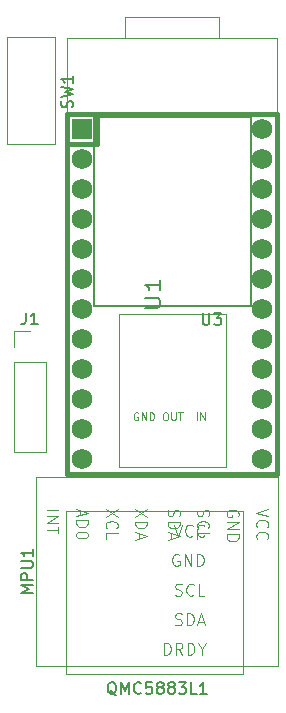
<source format=gbr>
%TF.GenerationSoftware,KiCad,Pcbnew,8.0.6*%
%TF.CreationDate,2025-05-20T21:52:46-05:00*%
%TF.ProjectId,HatRatV2,48617452-6174-4563-922e-6b696361645f,rev?*%
%TF.SameCoordinates,Original*%
%TF.FileFunction,Legend,Top*%
%TF.FilePolarity,Positive*%
%FSLAX46Y46*%
G04 Gerber Fmt 4.6, Leading zero omitted, Abs format (unit mm)*
G04 Created by KiCad (PCBNEW 8.0.6) date 2025-05-20 21:52:46*
%MOMM*%
%LPD*%
G01*
G04 APERTURE LIST*
%ADD10C,0.150000*%
%ADD11C,0.100000*%
%ADD12C,0.203200*%
%ADD13C,0.125000*%
%ADD14C,0.381000*%
%ADD15C,0.127000*%
%ADD16C,0.120000*%
%ADD17R,1.752600X1.752600*%
%ADD18C,1.752600*%
G04 APERTURE END LIST*
D10*
X204267200Y-35623332D02*
X204314819Y-35480475D01*
X204314819Y-35480475D02*
X204314819Y-35242380D01*
X204314819Y-35242380D02*
X204267200Y-35147142D01*
X204267200Y-35147142D02*
X204219580Y-35099523D01*
X204219580Y-35099523D02*
X204124342Y-35051904D01*
X204124342Y-35051904D02*
X204029104Y-35051904D01*
X204029104Y-35051904D02*
X203933866Y-35099523D01*
X203933866Y-35099523D02*
X203886247Y-35147142D01*
X203886247Y-35147142D02*
X203838628Y-35242380D01*
X203838628Y-35242380D02*
X203791009Y-35432856D01*
X203791009Y-35432856D02*
X203743390Y-35528094D01*
X203743390Y-35528094D02*
X203695771Y-35575713D01*
X203695771Y-35575713D02*
X203600533Y-35623332D01*
X203600533Y-35623332D02*
X203505295Y-35623332D01*
X203505295Y-35623332D02*
X203410057Y-35575713D01*
X203410057Y-35575713D02*
X203362438Y-35528094D01*
X203362438Y-35528094D02*
X203314819Y-35432856D01*
X203314819Y-35432856D02*
X203314819Y-35194761D01*
X203314819Y-35194761D02*
X203362438Y-35051904D01*
X203314819Y-34718570D02*
X204314819Y-34480475D01*
X204314819Y-34480475D02*
X203600533Y-34289999D01*
X203600533Y-34289999D02*
X204314819Y-34099523D01*
X204314819Y-34099523D02*
X203314819Y-33861428D01*
X204314819Y-32956666D02*
X204314819Y-33528094D01*
X204314819Y-33242380D02*
X203314819Y-33242380D01*
X203314819Y-33242380D02*
X203457676Y-33337618D01*
X203457676Y-33337618D02*
X203552914Y-33432856D01*
X203552914Y-33432856D02*
X203600533Y-33528094D01*
X200909819Y-76763332D02*
X199909819Y-76763332D01*
X199909819Y-76763332D02*
X200624104Y-76429999D01*
X200624104Y-76429999D02*
X199909819Y-76096666D01*
X199909819Y-76096666D02*
X200909819Y-76096666D01*
X200909819Y-75620475D02*
X199909819Y-75620475D01*
X199909819Y-75620475D02*
X199909819Y-75239523D01*
X199909819Y-75239523D02*
X199957438Y-75144285D01*
X199957438Y-75144285D02*
X200005057Y-75096666D01*
X200005057Y-75096666D02*
X200100295Y-75049047D01*
X200100295Y-75049047D02*
X200243152Y-75049047D01*
X200243152Y-75049047D02*
X200338390Y-75096666D01*
X200338390Y-75096666D02*
X200386009Y-75144285D01*
X200386009Y-75144285D02*
X200433628Y-75239523D01*
X200433628Y-75239523D02*
X200433628Y-75620475D01*
X199909819Y-74620475D02*
X200719342Y-74620475D01*
X200719342Y-74620475D02*
X200814580Y-74572856D01*
X200814580Y-74572856D02*
X200862200Y-74525237D01*
X200862200Y-74525237D02*
X200909819Y-74429999D01*
X200909819Y-74429999D02*
X200909819Y-74239523D01*
X200909819Y-74239523D02*
X200862200Y-74144285D01*
X200862200Y-74144285D02*
X200814580Y-74096666D01*
X200814580Y-74096666D02*
X200719342Y-74049047D01*
X200719342Y-74049047D02*
X199909819Y-74049047D01*
X200909819Y-73049047D02*
X200909819Y-73620475D01*
X200909819Y-73334761D02*
X199909819Y-73334761D01*
X199909819Y-73334761D02*
X200052676Y-73429999D01*
X200052676Y-73429999D02*
X200147914Y-73525237D01*
X200147914Y-73525237D02*
X200195533Y-73620475D01*
D11*
X202082580Y-69733884D02*
X203082580Y-69733884D01*
X202082580Y-70210074D02*
X203082580Y-70210074D01*
X203082580Y-70210074D02*
X202082580Y-70781502D01*
X202082580Y-70781502D02*
X203082580Y-70781502D01*
X203082580Y-71114836D02*
X203082580Y-71686264D01*
X202082580Y-71400550D02*
X203082580Y-71400550D01*
X208082580Y-69638646D02*
X207082580Y-70305312D01*
X208082580Y-70305312D02*
X207082580Y-69638646D01*
X207177819Y-71257693D02*
X207130200Y-71210074D01*
X207130200Y-71210074D02*
X207082580Y-71067217D01*
X207082580Y-71067217D02*
X207082580Y-70971979D01*
X207082580Y-70971979D02*
X207130200Y-70829122D01*
X207130200Y-70829122D02*
X207225438Y-70733884D01*
X207225438Y-70733884D02*
X207320676Y-70686265D01*
X207320676Y-70686265D02*
X207511152Y-70638646D01*
X207511152Y-70638646D02*
X207654009Y-70638646D01*
X207654009Y-70638646D02*
X207844485Y-70686265D01*
X207844485Y-70686265D02*
X207939723Y-70733884D01*
X207939723Y-70733884D02*
X208034961Y-70829122D01*
X208034961Y-70829122D02*
X208082580Y-70971979D01*
X208082580Y-70971979D02*
X208082580Y-71067217D01*
X208082580Y-71067217D02*
X208034961Y-71210074D01*
X208034961Y-71210074D02*
X207987342Y-71257693D01*
X207082580Y-72162455D02*
X207082580Y-71686265D01*
X207082580Y-71686265D02*
X208082580Y-71686265D01*
X220832580Y-69591027D02*
X219832580Y-69924360D01*
X219832580Y-69924360D02*
X220832580Y-70257693D01*
X219927819Y-71162455D02*
X219880200Y-71114836D01*
X219880200Y-71114836D02*
X219832580Y-70971979D01*
X219832580Y-70971979D02*
X219832580Y-70876741D01*
X219832580Y-70876741D02*
X219880200Y-70733884D01*
X219880200Y-70733884D02*
X219975438Y-70638646D01*
X219975438Y-70638646D02*
X220070676Y-70591027D01*
X220070676Y-70591027D02*
X220261152Y-70543408D01*
X220261152Y-70543408D02*
X220404009Y-70543408D01*
X220404009Y-70543408D02*
X220594485Y-70591027D01*
X220594485Y-70591027D02*
X220689723Y-70638646D01*
X220689723Y-70638646D02*
X220784961Y-70733884D01*
X220784961Y-70733884D02*
X220832580Y-70876741D01*
X220832580Y-70876741D02*
X220832580Y-70971979D01*
X220832580Y-70971979D02*
X220784961Y-71114836D01*
X220784961Y-71114836D02*
X220737342Y-71162455D01*
X219927819Y-72162455D02*
X219880200Y-72114836D01*
X219880200Y-72114836D02*
X219832580Y-71971979D01*
X219832580Y-71971979D02*
X219832580Y-71876741D01*
X219832580Y-71876741D02*
X219880200Y-71733884D01*
X219880200Y-71733884D02*
X219975438Y-71638646D01*
X219975438Y-71638646D02*
X220070676Y-71591027D01*
X220070676Y-71591027D02*
X220261152Y-71543408D01*
X220261152Y-71543408D02*
X220404009Y-71543408D01*
X220404009Y-71543408D02*
X220594485Y-71591027D01*
X220594485Y-71591027D02*
X220689723Y-71638646D01*
X220689723Y-71638646D02*
X220784961Y-71733884D01*
X220784961Y-71733884D02*
X220832580Y-71876741D01*
X220832580Y-71876741D02*
X220832580Y-71971979D01*
X220832580Y-71971979D02*
X220784961Y-72114836D01*
X220784961Y-72114836D02*
X220737342Y-72162455D01*
X218284961Y-70257693D02*
X218332580Y-70162455D01*
X218332580Y-70162455D02*
X218332580Y-70019598D01*
X218332580Y-70019598D02*
X218284961Y-69876741D01*
X218284961Y-69876741D02*
X218189723Y-69781503D01*
X218189723Y-69781503D02*
X218094485Y-69733884D01*
X218094485Y-69733884D02*
X217904009Y-69686265D01*
X217904009Y-69686265D02*
X217761152Y-69686265D01*
X217761152Y-69686265D02*
X217570676Y-69733884D01*
X217570676Y-69733884D02*
X217475438Y-69781503D01*
X217475438Y-69781503D02*
X217380200Y-69876741D01*
X217380200Y-69876741D02*
X217332580Y-70019598D01*
X217332580Y-70019598D02*
X217332580Y-70114836D01*
X217332580Y-70114836D02*
X217380200Y-70257693D01*
X217380200Y-70257693D02*
X217427819Y-70305312D01*
X217427819Y-70305312D02*
X217761152Y-70305312D01*
X217761152Y-70305312D02*
X217761152Y-70114836D01*
X217332580Y-70733884D02*
X218332580Y-70733884D01*
X218332580Y-70733884D02*
X217332580Y-71305312D01*
X217332580Y-71305312D02*
X218332580Y-71305312D01*
X217332580Y-71781503D02*
X218332580Y-71781503D01*
X218332580Y-71781503D02*
X218332580Y-72019598D01*
X218332580Y-72019598D02*
X218284961Y-72162455D01*
X218284961Y-72162455D02*
X218189723Y-72257693D01*
X218189723Y-72257693D02*
X218094485Y-72305312D01*
X218094485Y-72305312D02*
X217904009Y-72352931D01*
X217904009Y-72352931D02*
X217761152Y-72352931D01*
X217761152Y-72352931D02*
X217570676Y-72305312D01*
X217570676Y-72305312D02*
X217475438Y-72257693D01*
X217475438Y-72257693D02*
X217380200Y-72162455D01*
X217380200Y-72162455D02*
X217332580Y-72019598D01*
X217332580Y-72019598D02*
X217332580Y-71781503D01*
X212380200Y-69686265D02*
X212332580Y-69829122D01*
X212332580Y-69829122D02*
X212332580Y-70067217D01*
X212332580Y-70067217D02*
X212380200Y-70162455D01*
X212380200Y-70162455D02*
X212427819Y-70210074D01*
X212427819Y-70210074D02*
X212523057Y-70257693D01*
X212523057Y-70257693D02*
X212618295Y-70257693D01*
X212618295Y-70257693D02*
X212713533Y-70210074D01*
X212713533Y-70210074D02*
X212761152Y-70162455D01*
X212761152Y-70162455D02*
X212808771Y-70067217D01*
X212808771Y-70067217D02*
X212856390Y-69876741D01*
X212856390Y-69876741D02*
X212904009Y-69781503D01*
X212904009Y-69781503D02*
X212951628Y-69733884D01*
X212951628Y-69733884D02*
X213046866Y-69686265D01*
X213046866Y-69686265D02*
X213142104Y-69686265D01*
X213142104Y-69686265D02*
X213237342Y-69733884D01*
X213237342Y-69733884D02*
X213284961Y-69781503D01*
X213284961Y-69781503D02*
X213332580Y-69876741D01*
X213332580Y-69876741D02*
X213332580Y-70114836D01*
X213332580Y-70114836D02*
X213284961Y-70257693D01*
X212332580Y-70686265D02*
X213332580Y-70686265D01*
X213332580Y-70686265D02*
X213332580Y-70924360D01*
X213332580Y-70924360D02*
X213284961Y-71067217D01*
X213284961Y-71067217D02*
X213189723Y-71162455D01*
X213189723Y-71162455D02*
X213094485Y-71210074D01*
X213094485Y-71210074D02*
X212904009Y-71257693D01*
X212904009Y-71257693D02*
X212761152Y-71257693D01*
X212761152Y-71257693D02*
X212570676Y-71210074D01*
X212570676Y-71210074D02*
X212475438Y-71162455D01*
X212475438Y-71162455D02*
X212380200Y-71067217D01*
X212380200Y-71067217D02*
X212332580Y-70924360D01*
X212332580Y-70924360D02*
X212332580Y-70686265D01*
X212618295Y-71638646D02*
X212618295Y-72114836D01*
X212332580Y-71543408D02*
X213332580Y-71876741D01*
X213332580Y-71876741D02*
X212332580Y-72210074D01*
X210582580Y-69638646D02*
X209582580Y-70305312D01*
X210582580Y-70305312D02*
X209582580Y-69638646D01*
X209582580Y-70686265D02*
X210582580Y-70686265D01*
X210582580Y-70686265D02*
X210582580Y-70924360D01*
X210582580Y-70924360D02*
X210534961Y-71067217D01*
X210534961Y-71067217D02*
X210439723Y-71162455D01*
X210439723Y-71162455D02*
X210344485Y-71210074D01*
X210344485Y-71210074D02*
X210154009Y-71257693D01*
X210154009Y-71257693D02*
X210011152Y-71257693D01*
X210011152Y-71257693D02*
X209820676Y-71210074D01*
X209820676Y-71210074D02*
X209725438Y-71162455D01*
X209725438Y-71162455D02*
X209630200Y-71067217D01*
X209630200Y-71067217D02*
X209582580Y-70924360D01*
X209582580Y-70924360D02*
X209582580Y-70686265D01*
X209868295Y-71638646D02*
X209868295Y-72114836D01*
X209582580Y-71543408D02*
X210582580Y-71876741D01*
X210582580Y-71876741D02*
X209582580Y-72210074D01*
X214880200Y-69686265D02*
X214832580Y-69829122D01*
X214832580Y-69829122D02*
X214832580Y-70067217D01*
X214832580Y-70067217D02*
X214880200Y-70162455D01*
X214880200Y-70162455D02*
X214927819Y-70210074D01*
X214927819Y-70210074D02*
X215023057Y-70257693D01*
X215023057Y-70257693D02*
X215118295Y-70257693D01*
X215118295Y-70257693D02*
X215213533Y-70210074D01*
X215213533Y-70210074D02*
X215261152Y-70162455D01*
X215261152Y-70162455D02*
X215308771Y-70067217D01*
X215308771Y-70067217D02*
X215356390Y-69876741D01*
X215356390Y-69876741D02*
X215404009Y-69781503D01*
X215404009Y-69781503D02*
X215451628Y-69733884D01*
X215451628Y-69733884D02*
X215546866Y-69686265D01*
X215546866Y-69686265D02*
X215642104Y-69686265D01*
X215642104Y-69686265D02*
X215737342Y-69733884D01*
X215737342Y-69733884D02*
X215784961Y-69781503D01*
X215784961Y-69781503D02*
X215832580Y-69876741D01*
X215832580Y-69876741D02*
X215832580Y-70114836D01*
X215832580Y-70114836D02*
X215784961Y-70257693D01*
X214927819Y-71257693D02*
X214880200Y-71210074D01*
X214880200Y-71210074D02*
X214832580Y-71067217D01*
X214832580Y-71067217D02*
X214832580Y-70971979D01*
X214832580Y-70971979D02*
X214880200Y-70829122D01*
X214880200Y-70829122D02*
X214975438Y-70733884D01*
X214975438Y-70733884D02*
X215070676Y-70686265D01*
X215070676Y-70686265D02*
X215261152Y-70638646D01*
X215261152Y-70638646D02*
X215404009Y-70638646D01*
X215404009Y-70638646D02*
X215594485Y-70686265D01*
X215594485Y-70686265D02*
X215689723Y-70733884D01*
X215689723Y-70733884D02*
X215784961Y-70829122D01*
X215784961Y-70829122D02*
X215832580Y-70971979D01*
X215832580Y-70971979D02*
X215832580Y-71067217D01*
X215832580Y-71067217D02*
X215784961Y-71210074D01*
X215784961Y-71210074D02*
X215737342Y-71257693D01*
X214832580Y-72162455D02*
X214832580Y-71686265D01*
X214832580Y-71686265D02*
X215832580Y-71686265D01*
X204868295Y-69686265D02*
X204868295Y-70162455D01*
X204582580Y-69591027D02*
X205582580Y-69924360D01*
X205582580Y-69924360D02*
X204582580Y-70257693D01*
X204582580Y-70591027D02*
X205582580Y-70591027D01*
X205582580Y-70591027D02*
X205582580Y-70829122D01*
X205582580Y-70829122D02*
X205534961Y-70971979D01*
X205534961Y-70971979D02*
X205439723Y-71067217D01*
X205439723Y-71067217D02*
X205344485Y-71114836D01*
X205344485Y-71114836D02*
X205154009Y-71162455D01*
X205154009Y-71162455D02*
X205011152Y-71162455D01*
X205011152Y-71162455D02*
X204820676Y-71114836D01*
X204820676Y-71114836D02*
X204725438Y-71067217D01*
X204725438Y-71067217D02*
X204630200Y-70971979D01*
X204630200Y-70971979D02*
X204582580Y-70829122D01*
X204582580Y-70829122D02*
X204582580Y-70591027D01*
X205582580Y-71781503D02*
X205582580Y-71876741D01*
X205582580Y-71876741D02*
X205534961Y-71971979D01*
X205534961Y-71971979D02*
X205487342Y-72019598D01*
X205487342Y-72019598D02*
X205392104Y-72067217D01*
X205392104Y-72067217D02*
X205201628Y-72114836D01*
X205201628Y-72114836D02*
X204963533Y-72114836D01*
X204963533Y-72114836D02*
X204773057Y-72067217D01*
X204773057Y-72067217D02*
X204677819Y-72019598D01*
X204677819Y-72019598D02*
X204630200Y-71971979D01*
X204630200Y-71971979D02*
X204582580Y-71876741D01*
X204582580Y-71876741D02*
X204582580Y-71781503D01*
X204582580Y-71781503D02*
X204630200Y-71686265D01*
X204630200Y-71686265D02*
X204677819Y-71638646D01*
X204677819Y-71638646D02*
X204773057Y-71591027D01*
X204773057Y-71591027D02*
X204963533Y-71543408D01*
X204963533Y-71543408D02*
X205201628Y-71543408D01*
X205201628Y-71543408D02*
X205392104Y-71591027D01*
X205392104Y-71591027D02*
X205487342Y-71638646D01*
X205487342Y-71638646D02*
X205534961Y-71686265D01*
X205534961Y-71686265D02*
X205582580Y-71781503D01*
D10*
X207978809Y-85385057D02*
X207883571Y-85337438D01*
X207883571Y-85337438D02*
X207788333Y-85242200D01*
X207788333Y-85242200D02*
X207645476Y-85099342D01*
X207645476Y-85099342D02*
X207550238Y-85051723D01*
X207550238Y-85051723D02*
X207455000Y-85051723D01*
X207502619Y-85289819D02*
X207407381Y-85242200D01*
X207407381Y-85242200D02*
X207312143Y-85146961D01*
X207312143Y-85146961D02*
X207264524Y-84956485D01*
X207264524Y-84956485D02*
X207264524Y-84623152D01*
X207264524Y-84623152D02*
X207312143Y-84432676D01*
X207312143Y-84432676D02*
X207407381Y-84337438D01*
X207407381Y-84337438D02*
X207502619Y-84289819D01*
X207502619Y-84289819D02*
X207693095Y-84289819D01*
X207693095Y-84289819D02*
X207788333Y-84337438D01*
X207788333Y-84337438D02*
X207883571Y-84432676D01*
X207883571Y-84432676D02*
X207931190Y-84623152D01*
X207931190Y-84623152D02*
X207931190Y-84956485D01*
X207931190Y-84956485D02*
X207883571Y-85146961D01*
X207883571Y-85146961D02*
X207788333Y-85242200D01*
X207788333Y-85242200D02*
X207693095Y-85289819D01*
X207693095Y-85289819D02*
X207502619Y-85289819D01*
X208359762Y-85289819D02*
X208359762Y-84289819D01*
X208359762Y-84289819D02*
X208693095Y-85004104D01*
X208693095Y-85004104D02*
X209026428Y-84289819D01*
X209026428Y-84289819D02*
X209026428Y-85289819D01*
X210074047Y-85194580D02*
X210026428Y-85242200D01*
X210026428Y-85242200D02*
X209883571Y-85289819D01*
X209883571Y-85289819D02*
X209788333Y-85289819D01*
X209788333Y-85289819D02*
X209645476Y-85242200D01*
X209645476Y-85242200D02*
X209550238Y-85146961D01*
X209550238Y-85146961D02*
X209502619Y-85051723D01*
X209502619Y-85051723D02*
X209455000Y-84861247D01*
X209455000Y-84861247D02*
X209455000Y-84718390D01*
X209455000Y-84718390D02*
X209502619Y-84527914D01*
X209502619Y-84527914D02*
X209550238Y-84432676D01*
X209550238Y-84432676D02*
X209645476Y-84337438D01*
X209645476Y-84337438D02*
X209788333Y-84289819D01*
X209788333Y-84289819D02*
X209883571Y-84289819D01*
X209883571Y-84289819D02*
X210026428Y-84337438D01*
X210026428Y-84337438D02*
X210074047Y-84385057D01*
X210978809Y-84289819D02*
X210502619Y-84289819D01*
X210502619Y-84289819D02*
X210455000Y-84766009D01*
X210455000Y-84766009D02*
X210502619Y-84718390D01*
X210502619Y-84718390D02*
X210597857Y-84670771D01*
X210597857Y-84670771D02*
X210835952Y-84670771D01*
X210835952Y-84670771D02*
X210931190Y-84718390D01*
X210931190Y-84718390D02*
X210978809Y-84766009D01*
X210978809Y-84766009D02*
X211026428Y-84861247D01*
X211026428Y-84861247D02*
X211026428Y-85099342D01*
X211026428Y-85099342D02*
X210978809Y-85194580D01*
X210978809Y-85194580D02*
X210931190Y-85242200D01*
X210931190Y-85242200D02*
X210835952Y-85289819D01*
X210835952Y-85289819D02*
X210597857Y-85289819D01*
X210597857Y-85289819D02*
X210502619Y-85242200D01*
X210502619Y-85242200D02*
X210455000Y-85194580D01*
X211597857Y-84718390D02*
X211502619Y-84670771D01*
X211502619Y-84670771D02*
X211455000Y-84623152D01*
X211455000Y-84623152D02*
X211407381Y-84527914D01*
X211407381Y-84527914D02*
X211407381Y-84480295D01*
X211407381Y-84480295D02*
X211455000Y-84385057D01*
X211455000Y-84385057D02*
X211502619Y-84337438D01*
X211502619Y-84337438D02*
X211597857Y-84289819D01*
X211597857Y-84289819D02*
X211788333Y-84289819D01*
X211788333Y-84289819D02*
X211883571Y-84337438D01*
X211883571Y-84337438D02*
X211931190Y-84385057D01*
X211931190Y-84385057D02*
X211978809Y-84480295D01*
X211978809Y-84480295D02*
X211978809Y-84527914D01*
X211978809Y-84527914D02*
X211931190Y-84623152D01*
X211931190Y-84623152D02*
X211883571Y-84670771D01*
X211883571Y-84670771D02*
X211788333Y-84718390D01*
X211788333Y-84718390D02*
X211597857Y-84718390D01*
X211597857Y-84718390D02*
X211502619Y-84766009D01*
X211502619Y-84766009D02*
X211455000Y-84813628D01*
X211455000Y-84813628D02*
X211407381Y-84908866D01*
X211407381Y-84908866D02*
X211407381Y-85099342D01*
X211407381Y-85099342D02*
X211455000Y-85194580D01*
X211455000Y-85194580D02*
X211502619Y-85242200D01*
X211502619Y-85242200D02*
X211597857Y-85289819D01*
X211597857Y-85289819D02*
X211788333Y-85289819D01*
X211788333Y-85289819D02*
X211883571Y-85242200D01*
X211883571Y-85242200D02*
X211931190Y-85194580D01*
X211931190Y-85194580D02*
X211978809Y-85099342D01*
X211978809Y-85099342D02*
X211978809Y-84908866D01*
X211978809Y-84908866D02*
X211931190Y-84813628D01*
X211931190Y-84813628D02*
X211883571Y-84766009D01*
X211883571Y-84766009D02*
X211788333Y-84718390D01*
X212550238Y-84718390D02*
X212455000Y-84670771D01*
X212455000Y-84670771D02*
X212407381Y-84623152D01*
X212407381Y-84623152D02*
X212359762Y-84527914D01*
X212359762Y-84527914D02*
X212359762Y-84480295D01*
X212359762Y-84480295D02*
X212407381Y-84385057D01*
X212407381Y-84385057D02*
X212455000Y-84337438D01*
X212455000Y-84337438D02*
X212550238Y-84289819D01*
X212550238Y-84289819D02*
X212740714Y-84289819D01*
X212740714Y-84289819D02*
X212835952Y-84337438D01*
X212835952Y-84337438D02*
X212883571Y-84385057D01*
X212883571Y-84385057D02*
X212931190Y-84480295D01*
X212931190Y-84480295D02*
X212931190Y-84527914D01*
X212931190Y-84527914D02*
X212883571Y-84623152D01*
X212883571Y-84623152D02*
X212835952Y-84670771D01*
X212835952Y-84670771D02*
X212740714Y-84718390D01*
X212740714Y-84718390D02*
X212550238Y-84718390D01*
X212550238Y-84718390D02*
X212455000Y-84766009D01*
X212455000Y-84766009D02*
X212407381Y-84813628D01*
X212407381Y-84813628D02*
X212359762Y-84908866D01*
X212359762Y-84908866D02*
X212359762Y-85099342D01*
X212359762Y-85099342D02*
X212407381Y-85194580D01*
X212407381Y-85194580D02*
X212455000Y-85242200D01*
X212455000Y-85242200D02*
X212550238Y-85289819D01*
X212550238Y-85289819D02*
X212740714Y-85289819D01*
X212740714Y-85289819D02*
X212835952Y-85242200D01*
X212835952Y-85242200D02*
X212883571Y-85194580D01*
X212883571Y-85194580D02*
X212931190Y-85099342D01*
X212931190Y-85099342D02*
X212931190Y-84908866D01*
X212931190Y-84908866D02*
X212883571Y-84813628D01*
X212883571Y-84813628D02*
X212835952Y-84766009D01*
X212835952Y-84766009D02*
X212740714Y-84718390D01*
X213264524Y-84289819D02*
X213883571Y-84289819D01*
X213883571Y-84289819D02*
X213550238Y-84670771D01*
X213550238Y-84670771D02*
X213693095Y-84670771D01*
X213693095Y-84670771D02*
X213788333Y-84718390D01*
X213788333Y-84718390D02*
X213835952Y-84766009D01*
X213835952Y-84766009D02*
X213883571Y-84861247D01*
X213883571Y-84861247D02*
X213883571Y-85099342D01*
X213883571Y-85099342D02*
X213835952Y-85194580D01*
X213835952Y-85194580D02*
X213788333Y-85242200D01*
X213788333Y-85242200D02*
X213693095Y-85289819D01*
X213693095Y-85289819D02*
X213407381Y-85289819D01*
X213407381Y-85289819D02*
X213312143Y-85242200D01*
X213312143Y-85242200D02*
X213264524Y-85194580D01*
X214788333Y-85289819D02*
X214312143Y-85289819D01*
X214312143Y-85289819D02*
X214312143Y-84289819D01*
X215645476Y-85289819D02*
X215074048Y-85289819D01*
X215359762Y-85289819D02*
X215359762Y-84289819D01*
X215359762Y-84289819D02*
X215264524Y-84432676D01*
X215264524Y-84432676D02*
X215169286Y-84527914D01*
X215169286Y-84527914D02*
X215074048Y-84575533D01*
D11*
X213282693Y-73505038D02*
X213187455Y-73457419D01*
X213187455Y-73457419D02*
X213044598Y-73457419D01*
X213044598Y-73457419D02*
X212901741Y-73505038D01*
X212901741Y-73505038D02*
X212806503Y-73600276D01*
X212806503Y-73600276D02*
X212758884Y-73695514D01*
X212758884Y-73695514D02*
X212711265Y-73885990D01*
X212711265Y-73885990D02*
X212711265Y-74028847D01*
X212711265Y-74028847D02*
X212758884Y-74219323D01*
X212758884Y-74219323D02*
X212806503Y-74314561D01*
X212806503Y-74314561D02*
X212901741Y-74409800D01*
X212901741Y-74409800D02*
X213044598Y-74457419D01*
X213044598Y-74457419D02*
X213139836Y-74457419D01*
X213139836Y-74457419D02*
X213282693Y-74409800D01*
X213282693Y-74409800D02*
X213330312Y-74362180D01*
X213330312Y-74362180D02*
X213330312Y-74028847D01*
X213330312Y-74028847D02*
X213139836Y-74028847D01*
X213758884Y-74457419D02*
X213758884Y-73457419D01*
X213758884Y-73457419D02*
X214330312Y-74457419D01*
X214330312Y-74457419D02*
X214330312Y-73457419D01*
X214806503Y-74457419D02*
X214806503Y-73457419D01*
X214806503Y-73457419D02*
X215044598Y-73457419D01*
X215044598Y-73457419D02*
X215187455Y-73505038D01*
X215187455Y-73505038D02*
X215282693Y-73600276D01*
X215282693Y-73600276D02*
X215330312Y-73695514D01*
X215330312Y-73695514D02*
X215377931Y-73885990D01*
X215377931Y-73885990D02*
X215377931Y-74028847D01*
X215377931Y-74028847D02*
X215330312Y-74219323D01*
X215330312Y-74219323D02*
X215282693Y-74314561D01*
X215282693Y-74314561D02*
X215187455Y-74409800D01*
X215187455Y-74409800D02*
X215044598Y-74457419D01*
X215044598Y-74457419D02*
X214806503Y-74457419D01*
X212866027Y-70957419D02*
X213199360Y-71957419D01*
X213199360Y-71957419D02*
X213532693Y-70957419D01*
X214437455Y-71862180D02*
X214389836Y-71909800D01*
X214389836Y-71909800D02*
X214246979Y-71957419D01*
X214246979Y-71957419D02*
X214151741Y-71957419D01*
X214151741Y-71957419D02*
X214008884Y-71909800D01*
X214008884Y-71909800D02*
X213913646Y-71814561D01*
X213913646Y-71814561D02*
X213866027Y-71719323D01*
X213866027Y-71719323D02*
X213818408Y-71528847D01*
X213818408Y-71528847D02*
X213818408Y-71385990D01*
X213818408Y-71385990D02*
X213866027Y-71195514D01*
X213866027Y-71195514D02*
X213913646Y-71100276D01*
X213913646Y-71100276D02*
X214008884Y-71005038D01*
X214008884Y-71005038D02*
X214151741Y-70957419D01*
X214151741Y-70957419D02*
X214246979Y-70957419D01*
X214246979Y-70957419D02*
X214389836Y-71005038D01*
X214389836Y-71005038D02*
X214437455Y-71052657D01*
X215437455Y-71862180D02*
X215389836Y-71909800D01*
X215389836Y-71909800D02*
X215246979Y-71957419D01*
X215246979Y-71957419D02*
X215151741Y-71957419D01*
X215151741Y-71957419D02*
X215008884Y-71909800D01*
X215008884Y-71909800D02*
X214913646Y-71814561D01*
X214913646Y-71814561D02*
X214866027Y-71719323D01*
X214866027Y-71719323D02*
X214818408Y-71528847D01*
X214818408Y-71528847D02*
X214818408Y-71385990D01*
X214818408Y-71385990D02*
X214866027Y-71195514D01*
X214866027Y-71195514D02*
X214913646Y-71100276D01*
X214913646Y-71100276D02*
X215008884Y-71005038D01*
X215008884Y-71005038D02*
X215151741Y-70957419D01*
X215151741Y-70957419D02*
X215246979Y-70957419D01*
X215246979Y-70957419D02*
X215389836Y-71005038D01*
X215389836Y-71005038D02*
X215437455Y-71052657D01*
X212961265Y-79409800D02*
X213104122Y-79457419D01*
X213104122Y-79457419D02*
X213342217Y-79457419D01*
X213342217Y-79457419D02*
X213437455Y-79409800D01*
X213437455Y-79409800D02*
X213485074Y-79362180D01*
X213485074Y-79362180D02*
X213532693Y-79266942D01*
X213532693Y-79266942D02*
X213532693Y-79171704D01*
X213532693Y-79171704D02*
X213485074Y-79076466D01*
X213485074Y-79076466D02*
X213437455Y-79028847D01*
X213437455Y-79028847D02*
X213342217Y-78981228D01*
X213342217Y-78981228D02*
X213151741Y-78933609D01*
X213151741Y-78933609D02*
X213056503Y-78885990D01*
X213056503Y-78885990D02*
X213008884Y-78838371D01*
X213008884Y-78838371D02*
X212961265Y-78743133D01*
X212961265Y-78743133D02*
X212961265Y-78647895D01*
X212961265Y-78647895D02*
X213008884Y-78552657D01*
X213008884Y-78552657D02*
X213056503Y-78505038D01*
X213056503Y-78505038D02*
X213151741Y-78457419D01*
X213151741Y-78457419D02*
X213389836Y-78457419D01*
X213389836Y-78457419D02*
X213532693Y-78505038D01*
X213961265Y-79457419D02*
X213961265Y-78457419D01*
X213961265Y-78457419D02*
X214199360Y-78457419D01*
X214199360Y-78457419D02*
X214342217Y-78505038D01*
X214342217Y-78505038D02*
X214437455Y-78600276D01*
X214437455Y-78600276D02*
X214485074Y-78695514D01*
X214485074Y-78695514D02*
X214532693Y-78885990D01*
X214532693Y-78885990D02*
X214532693Y-79028847D01*
X214532693Y-79028847D02*
X214485074Y-79219323D01*
X214485074Y-79219323D02*
X214437455Y-79314561D01*
X214437455Y-79314561D02*
X214342217Y-79409800D01*
X214342217Y-79409800D02*
X214199360Y-79457419D01*
X214199360Y-79457419D02*
X213961265Y-79457419D01*
X214913646Y-79171704D02*
X215389836Y-79171704D01*
X214818408Y-79457419D02*
X215151741Y-78457419D01*
X215151741Y-78457419D02*
X215485074Y-79457419D01*
X212008884Y-81957419D02*
X212008884Y-80957419D01*
X212008884Y-80957419D02*
X212246979Y-80957419D01*
X212246979Y-80957419D02*
X212389836Y-81005038D01*
X212389836Y-81005038D02*
X212485074Y-81100276D01*
X212485074Y-81100276D02*
X212532693Y-81195514D01*
X212532693Y-81195514D02*
X212580312Y-81385990D01*
X212580312Y-81385990D02*
X212580312Y-81528847D01*
X212580312Y-81528847D02*
X212532693Y-81719323D01*
X212532693Y-81719323D02*
X212485074Y-81814561D01*
X212485074Y-81814561D02*
X212389836Y-81909800D01*
X212389836Y-81909800D02*
X212246979Y-81957419D01*
X212246979Y-81957419D02*
X212008884Y-81957419D01*
X213580312Y-81957419D02*
X213246979Y-81481228D01*
X213008884Y-81957419D02*
X213008884Y-80957419D01*
X213008884Y-80957419D02*
X213389836Y-80957419D01*
X213389836Y-80957419D02*
X213485074Y-81005038D01*
X213485074Y-81005038D02*
X213532693Y-81052657D01*
X213532693Y-81052657D02*
X213580312Y-81147895D01*
X213580312Y-81147895D02*
X213580312Y-81290752D01*
X213580312Y-81290752D02*
X213532693Y-81385990D01*
X213532693Y-81385990D02*
X213485074Y-81433609D01*
X213485074Y-81433609D02*
X213389836Y-81481228D01*
X213389836Y-81481228D02*
X213008884Y-81481228D01*
X214008884Y-81957419D02*
X214008884Y-80957419D01*
X214008884Y-80957419D02*
X214246979Y-80957419D01*
X214246979Y-80957419D02*
X214389836Y-81005038D01*
X214389836Y-81005038D02*
X214485074Y-81100276D01*
X214485074Y-81100276D02*
X214532693Y-81195514D01*
X214532693Y-81195514D02*
X214580312Y-81385990D01*
X214580312Y-81385990D02*
X214580312Y-81528847D01*
X214580312Y-81528847D02*
X214532693Y-81719323D01*
X214532693Y-81719323D02*
X214485074Y-81814561D01*
X214485074Y-81814561D02*
X214389836Y-81909800D01*
X214389836Y-81909800D02*
X214246979Y-81957419D01*
X214246979Y-81957419D02*
X214008884Y-81957419D01*
X215199360Y-81481228D02*
X215199360Y-81957419D01*
X214866027Y-80957419D02*
X215199360Y-81481228D01*
X215199360Y-81481228D02*
X215532693Y-80957419D01*
X212961265Y-76909800D02*
X213104122Y-76957419D01*
X213104122Y-76957419D02*
X213342217Y-76957419D01*
X213342217Y-76957419D02*
X213437455Y-76909800D01*
X213437455Y-76909800D02*
X213485074Y-76862180D01*
X213485074Y-76862180D02*
X213532693Y-76766942D01*
X213532693Y-76766942D02*
X213532693Y-76671704D01*
X213532693Y-76671704D02*
X213485074Y-76576466D01*
X213485074Y-76576466D02*
X213437455Y-76528847D01*
X213437455Y-76528847D02*
X213342217Y-76481228D01*
X213342217Y-76481228D02*
X213151741Y-76433609D01*
X213151741Y-76433609D02*
X213056503Y-76385990D01*
X213056503Y-76385990D02*
X213008884Y-76338371D01*
X213008884Y-76338371D02*
X212961265Y-76243133D01*
X212961265Y-76243133D02*
X212961265Y-76147895D01*
X212961265Y-76147895D02*
X213008884Y-76052657D01*
X213008884Y-76052657D02*
X213056503Y-76005038D01*
X213056503Y-76005038D02*
X213151741Y-75957419D01*
X213151741Y-75957419D02*
X213389836Y-75957419D01*
X213389836Y-75957419D02*
X213532693Y-76005038D01*
X214532693Y-76862180D02*
X214485074Y-76909800D01*
X214485074Y-76909800D02*
X214342217Y-76957419D01*
X214342217Y-76957419D02*
X214246979Y-76957419D01*
X214246979Y-76957419D02*
X214104122Y-76909800D01*
X214104122Y-76909800D02*
X214008884Y-76814561D01*
X214008884Y-76814561D02*
X213961265Y-76719323D01*
X213961265Y-76719323D02*
X213913646Y-76528847D01*
X213913646Y-76528847D02*
X213913646Y-76385990D01*
X213913646Y-76385990D02*
X213961265Y-76195514D01*
X213961265Y-76195514D02*
X214008884Y-76100276D01*
X214008884Y-76100276D02*
X214104122Y-76005038D01*
X214104122Y-76005038D02*
X214246979Y-75957419D01*
X214246979Y-75957419D02*
X214342217Y-75957419D01*
X214342217Y-75957419D02*
X214485074Y-76005038D01*
X214485074Y-76005038D02*
X214532693Y-76052657D01*
X215437455Y-76957419D02*
X214961265Y-76957419D01*
X214961265Y-76957419D02*
X214961265Y-75957419D01*
D12*
X210406959Y-52596142D02*
X211435054Y-52596142D01*
X211435054Y-52596142D02*
X211556006Y-52523571D01*
X211556006Y-52523571D02*
X211616483Y-52451000D01*
X211616483Y-52451000D02*
X211676959Y-52305857D01*
X211676959Y-52305857D02*
X211676959Y-52015571D01*
X211676959Y-52015571D02*
X211616483Y-51870428D01*
X211616483Y-51870428D02*
X211556006Y-51797857D01*
X211556006Y-51797857D02*
X211435054Y-51725285D01*
X211435054Y-51725285D02*
X210406959Y-51725285D01*
X211676959Y-50201286D02*
X211676959Y-51072143D01*
X211676959Y-50636714D02*
X210406959Y-50636714D01*
X210406959Y-50636714D02*
X210588387Y-50781857D01*
X210588387Y-50781857D02*
X210709340Y-50927000D01*
X210709340Y-50927000D02*
X210769816Y-51072143D01*
D10*
X215288095Y-53039819D02*
X215288095Y-53849342D01*
X215288095Y-53849342D02*
X215335714Y-53944580D01*
X215335714Y-53944580D02*
X215383333Y-53992200D01*
X215383333Y-53992200D02*
X215478571Y-54039819D01*
X215478571Y-54039819D02*
X215669047Y-54039819D01*
X215669047Y-54039819D02*
X215764285Y-53992200D01*
X215764285Y-53992200D02*
X215811904Y-53944580D01*
X215811904Y-53944580D02*
X215859523Y-53849342D01*
X215859523Y-53849342D02*
X215859523Y-53039819D01*
X216240476Y-53039819D02*
X216859523Y-53039819D01*
X216859523Y-53039819D02*
X216526190Y-53420771D01*
X216526190Y-53420771D02*
X216669047Y-53420771D01*
X216669047Y-53420771D02*
X216764285Y-53468390D01*
X216764285Y-53468390D02*
X216811904Y-53516009D01*
X216811904Y-53516009D02*
X216859523Y-53611247D01*
X216859523Y-53611247D02*
X216859523Y-53849342D01*
X216859523Y-53849342D02*
X216811904Y-53944580D01*
X216811904Y-53944580D02*
X216764285Y-53992200D01*
X216764285Y-53992200D02*
X216669047Y-54039819D01*
X216669047Y-54039819D02*
X216383333Y-54039819D01*
X216383333Y-54039819D02*
X216288095Y-53992200D01*
X216288095Y-53992200D02*
X216240476Y-53944580D01*
D13*
X209813096Y-61484904D02*
X209751191Y-61453952D01*
X209751191Y-61453952D02*
X209658334Y-61453952D01*
X209658334Y-61453952D02*
X209565477Y-61484904D01*
X209565477Y-61484904D02*
X209503572Y-61546809D01*
X209503572Y-61546809D02*
X209472619Y-61608714D01*
X209472619Y-61608714D02*
X209441667Y-61732523D01*
X209441667Y-61732523D02*
X209441667Y-61825380D01*
X209441667Y-61825380D02*
X209472619Y-61949190D01*
X209472619Y-61949190D02*
X209503572Y-62011095D01*
X209503572Y-62011095D02*
X209565477Y-62073000D01*
X209565477Y-62073000D02*
X209658334Y-62103952D01*
X209658334Y-62103952D02*
X209720238Y-62103952D01*
X209720238Y-62103952D02*
X209813096Y-62073000D01*
X209813096Y-62073000D02*
X209844048Y-62042047D01*
X209844048Y-62042047D02*
X209844048Y-61825380D01*
X209844048Y-61825380D02*
X209720238Y-61825380D01*
X210122619Y-62103952D02*
X210122619Y-61453952D01*
X210122619Y-61453952D02*
X210494048Y-62103952D01*
X210494048Y-62103952D02*
X210494048Y-61453952D01*
X210803571Y-62103952D02*
X210803571Y-61453952D01*
X210803571Y-61453952D02*
X210958333Y-61453952D01*
X210958333Y-61453952D02*
X211051190Y-61484904D01*
X211051190Y-61484904D02*
X211113095Y-61546809D01*
X211113095Y-61546809D02*
X211144048Y-61608714D01*
X211144048Y-61608714D02*
X211175000Y-61732523D01*
X211175000Y-61732523D02*
X211175000Y-61825380D01*
X211175000Y-61825380D02*
X211144048Y-61949190D01*
X211144048Y-61949190D02*
X211113095Y-62011095D01*
X211113095Y-62011095D02*
X211051190Y-62073000D01*
X211051190Y-62073000D02*
X210958333Y-62103952D01*
X210958333Y-62103952D02*
X210803571Y-62103952D01*
X212072619Y-61453952D02*
X212196428Y-61453952D01*
X212196428Y-61453952D02*
X212258333Y-61484904D01*
X212258333Y-61484904D02*
X212320238Y-61546809D01*
X212320238Y-61546809D02*
X212351190Y-61670619D01*
X212351190Y-61670619D02*
X212351190Y-61887285D01*
X212351190Y-61887285D02*
X212320238Y-62011095D01*
X212320238Y-62011095D02*
X212258333Y-62073000D01*
X212258333Y-62073000D02*
X212196428Y-62103952D01*
X212196428Y-62103952D02*
X212072619Y-62103952D01*
X212072619Y-62103952D02*
X212010714Y-62073000D01*
X212010714Y-62073000D02*
X211948809Y-62011095D01*
X211948809Y-62011095D02*
X211917857Y-61887285D01*
X211917857Y-61887285D02*
X211917857Y-61670619D01*
X211917857Y-61670619D02*
X211948809Y-61546809D01*
X211948809Y-61546809D02*
X212010714Y-61484904D01*
X212010714Y-61484904D02*
X212072619Y-61453952D01*
X212629761Y-61453952D02*
X212629761Y-61980142D01*
X212629761Y-61980142D02*
X212660714Y-62042047D01*
X212660714Y-62042047D02*
X212691666Y-62073000D01*
X212691666Y-62073000D02*
X212753571Y-62103952D01*
X212753571Y-62103952D02*
X212877380Y-62103952D01*
X212877380Y-62103952D02*
X212939285Y-62073000D01*
X212939285Y-62073000D02*
X212970238Y-62042047D01*
X212970238Y-62042047D02*
X213001190Y-61980142D01*
X213001190Y-61980142D02*
X213001190Y-61453952D01*
X213217856Y-61453952D02*
X213589285Y-61453952D01*
X213403571Y-62103952D02*
X213403571Y-61453952D01*
X214796427Y-62103952D02*
X214796427Y-61453952D01*
X215105951Y-62103952D02*
X215105951Y-61453952D01*
X215105951Y-61453952D02*
X215477380Y-62103952D01*
X215477380Y-62103952D02*
X215477380Y-61453952D01*
D10*
X200326666Y-53004819D02*
X200326666Y-53719104D01*
X200326666Y-53719104D02*
X200279047Y-53861961D01*
X200279047Y-53861961D02*
X200183809Y-53957200D01*
X200183809Y-53957200D02*
X200040952Y-54004819D01*
X200040952Y-54004819D02*
X199945714Y-54004819D01*
X201326666Y-54004819D02*
X200755238Y-54004819D01*
X201040952Y-54004819D02*
X201040952Y-53004819D01*
X201040952Y-53004819D02*
X200945714Y-53147676D01*
X200945714Y-53147676D02*
X200850476Y-53242914D01*
X200850476Y-53242914D02*
X200755238Y-53290533D01*
%TO.C,SW1*%
D11*
X198760000Y-38690000D02*
X202760000Y-38690000D01*
X202760000Y-29690000D01*
X198760000Y-29690000D01*
X198760000Y-38690000D01*
%TO.C,MPU1*%
X221705000Y-66930000D02*
X201205000Y-66930000D01*
X201205000Y-82930000D01*
X221705000Y-82930000D01*
X221705000Y-66930000D01*
%TO.C,QMC5883L1*%
X203705000Y-69835000D02*
X218705000Y-69835000D01*
X218705000Y-83585000D01*
X203705000Y-83585000D01*
X203705000Y-69835000D01*
D14*
%TO.C,U1*%
X203835000Y-36195000D02*
X203835000Y-66675000D01*
X203835000Y-66675000D02*
X221615000Y-66675000D01*
X206375000Y-36195000D02*
X206375000Y-38735000D01*
X206375000Y-38735000D02*
X203835000Y-38735000D01*
X221615000Y-36195000D02*
X203835000Y-36195000D01*
X221615000Y-66675000D02*
X221615000Y-36195000D01*
D11*
X216695000Y-27985000D02*
X208695000Y-27985000D01*
X208695000Y-29735000D01*
X216695000Y-29735000D01*
X216695000Y-27985000D01*
X221615000Y-29735000D02*
X203775000Y-29735000D01*
X203775000Y-36195000D01*
X221615000Y-36195000D01*
X221615000Y-29735000D01*
D15*
%TO.C,U3*%
X206060000Y-36425000D02*
X219390000Y-36425000D01*
X206060000Y-52475000D02*
X206060000Y-36425000D01*
X219390000Y-36425000D02*
X219390000Y-52475000D01*
X219390000Y-52475000D02*
X206060000Y-52475000D01*
%TO.C,U2*%
D11*
X208225000Y-53090000D02*
X217225000Y-53090000D01*
X217225000Y-66090000D01*
X208225000Y-66090000D01*
X208225000Y-53090000D01*
D16*
%TO.C,J1*%
X199330000Y-54550000D02*
X200660000Y-54550000D01*
X199330000Y-55880000D02*
X199330000Y-54550000D01*
X199330000Y-57150000D02*
X199330000Y-64830000D01*
X199330000Y-57150000D02*
X201990000Y-57150000D01*
X199330000Y-64830000D02*
X201990000Y-64830000D01*
X201990000Y-57150000D02*
X201990000Y-64830000D01*
%TD*%
D17*
%TO.C,U1*%
X205105000Y-37465000D03*
D18*
X205105000Y-40005000D03*
X205105000Y-42545000D03*
X205105000Y-45085000D03*
X205105000Y-47625000D03*
X205105000Y-50165000D03*
X205105000Y-52705000D03*
X205105000Y-55245000D03*
X205105000Y-57785000D03*
X205105000Y-60325000D03*
X205105000Y-62865000D03*
X205105000Y-65405000D03*
X220345000Y-65405000D03*
X220345000Y-62865000D03*
X220345000Y-60325000D03*
X220345000Y-57785000D03*
X220345000Y-55245000D03*
X220345000Y-52705000D03*
X220345000Y-50165000D03*
X220345000Y-47625000D03*
X220345000Y-45085000D03*
X220345000Y-42545000D03*
X220345000Y-40005000D03*
X220345000Y-37465000D03*
%TD*%
M02*

</source>
